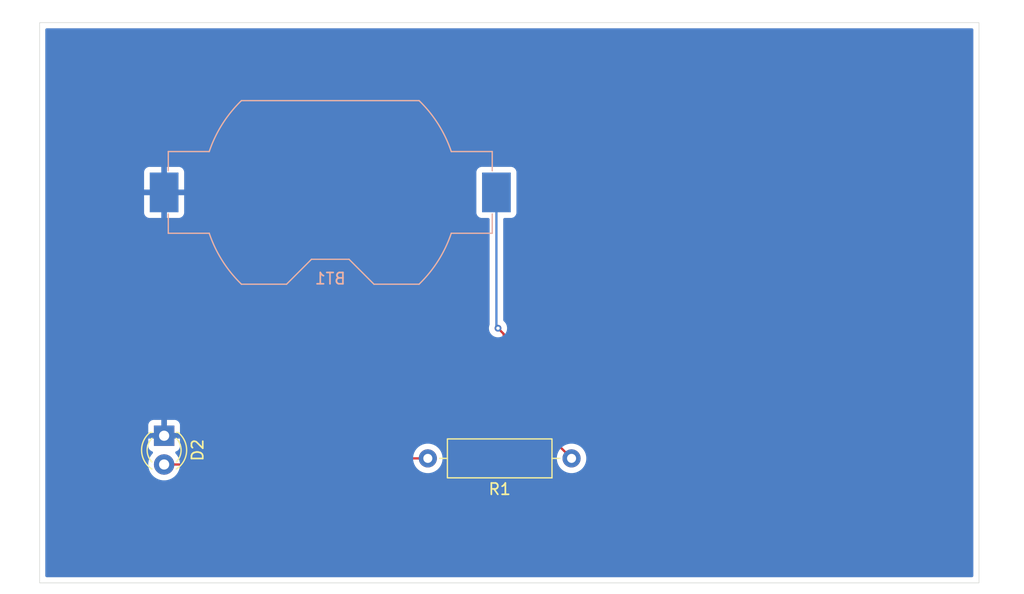
<source format=kicad_pcb>
(kicad_pcb (version 20241229) (generator "pcbnew") (generator_version "9.0")
  (title_block (title "Beginning Project KiCad") (date "2026-01-17") (rev "0"))
  (layers (0 "F.Cu" signal) (2 "B.Cu" signal) (13 "F.Paste" user) (15 "B.Paste" user) (5 "F.SilkS" user "F.Silkscreen") (7 "B.SilkS" user "B.Silkscreen") (1 "F.Mask" user) (3 "B.Mask" user) (25 "Edge.Cuts" user))
  (net 0 "")
  (net 1 "VCC")
  (net 2 "GND")
  (net 3 "/led")
  (footprint "Resistor_THT:R_Axial_DIN0309_L9.0mm_D3.2mm_P12.70mm_Horizontal" (layer "F.Cu") (at 160 103 180)
    (property "Reference" "R1" (at 6.35 -2.72 0) (layer "F.SilkS"))
    (property "Value" "R_Small_US")
    (fp_line (start 11.66 0) (end 10.97 0) (stroke (width 0.12)) (layer "F.SilkS"))
    (fp_line (start 1.04 0) (end 1.73 0) (stroke (width 0.12)) (layer "F.SilkS"))
    (fp_rect (start 1.73 -1.72) (end 10.97 1.72) (stroke (width 0.12)) (fill no) (layer "F.SilkS"))
    (pad "1" thru_hole circle (at 0 0 180) (size 1.6 1.6) (drill 0.8) (layers "*.Cu" "*.Mask") (net 1 "VCC"))
    (pad "2" thru_hole circle (at 12.7 0 180) (size 1.6 1.6) (drill 0.8) (layers "*.Cu" "*.Mask") (net 3 "/led"))
  )
  (footprint "LED_THT:LED_D3.0mm" (layer "F.Cu") (at 124 101 -90)
    (property "Reference" "D2" (at 1.27 -2.96 90) (layer "F.SilkS"))
    (property "Value" "LED")
    (fp_line (start -0.29 1.08) (end -0.29 1.236) (stroke (width 0.12)) (layer "F.SilkS"))
    (fp_line (start -0.29 -1.236) (end -0.29 -1.08) (stroke (width 0.12)) (layer "F.SilkS"))
    (fp_arc (start 2.310961 1.08) (mid 1.27 1.5) (end 0.229039 1.08) (stroke (width 0.12)) (layer "F.SilkS"))
    (fp_arc (start 2.941437 1.08) (mid 1.36566 1.987699) (end -0.29 1.235516) (stroke (width 0.12)) (layer "F.SilkS"))
    (fp_arc (start 0.229039 -1.08) (mid 1.27 -1.5) (end 2.310961 -1.08) (stroke (width 0.12)) (layer "F.SilkS"))
    (fp_arc (start -0.29 -1.235516) (mid 1.36566 -1.987699) (end 2.941437 -1.08) (stroke (width 0.12)) (layer "F.SilkS"))
    (pad "1" thru_hole rect (at 0 0 270) (size 1.8 1.8) (drill 0.9) (layers "*.Cu" "*.Mask") (net 2 "GND"))
    (pad "2" thru_hole circle (at 2.54 0 270) (size 1.8 1.8) (drill 0.9) (layers "*.Cu" "*.Mask") (net 3 "/led"))
  )
  (footprint "Battery:BatteryHolder_Keystone_1058_1x2032" (layer "B.Cu") (at 138.68 79.5 180)
    (property "Reference" "BT1" (at 0 -7.62 0) (layer "B.SilkS") (effects (justify mirror)))
    (property "Value" "Battery_Cell")
    (fp_line (start 14.31 1.9) (end 14.31 3.61) (stroke (width 0.12)) (layer "B.SilkS"))
    (fp_line (start 14.31 -1.9) (end 14.31 -3.61) (stroke (width 0.12)) (layer "B.SilkS"))
    (fp_line (start 14.31 -3.61) (end 10.692 -3.61) (stroke (width 0.12)) (layer "B.SilkS"))
    (fp_line (start 10.692 3.61) (end 14.31 3.61) (stroke (width 0.12)) (layer "B.SilkS"))
    (fp_line (start 7.8473 -8.11) (end 3.86 -8.11) (stroke (width 0.12)) (layer "B.SilkS"))
    (fp_line (start 1.66 -5.91) (end 3.86 -8.11) (stroke (width 0.12)) (layer "B.SilkS"))
    (fp_line (start 1.66 -5.91) (end -1.66 -5.91) (stroke (width 0.12)) (layer "B.SilkS"))
    (fp_line (start -1.66 -5.91) (end -3.86 -8.11) (stroke (width 0.12)) (layer "B.SilkS"))
    (fp_line (start -3.86 -8.11) (end -7.8473 -8.11) (stroke (width 0.12)) (layer "B.SilkS"))
    (fp_line (start -7.8473 8.11) (end 7.8473 8.11) (stroke (width 0.12)) (layer "B.SilkS"))
    (fp_line (start -10.692 -3.61) (end -14.31 -3.61) (stroke (width 0.12)) (layer "B.SilkS"))
    (fp_line (start -14.31 3.61) (end -10.692 3.61) (stroke (width 0.12)) (layer "B.SilkS"))
    (fp_line (start -14.31 1.9) (end -14.31 3.61) (stroke (width 0.12)) (layer "B.SilkS"))
    (fp_line (start -14.31 -1.9) (end -14.31 -3.61) (stroke (width 0.12)) (layer "B.SilkS"))
    (fp_arc (start 10.692 3.61) (mid 9.538084 6.031244) (end 7.845371 8.111789) (stroke (width 0.12)) (layer "B.SilkS"))
    (fp_arc (start 7.845371 -8.111789) (mid 9.538084 -6.031244) (end 10.692 -3.61) (stroke (width 0.12)) (layer "B.SilkS"))
    (fp_arc (start -7.845371 8.111789) (mid -9.538084 6.031244) (end -10.692 3.61) (stroke (width 0.12)) (layer "B.SilkS"))
    (fp_arc (start -10.692 -3.61) (mid -9.538085 -6.031245) (end -7.845371 -8.111789) (stroke (width 0.12)) (layer "B.SilkS"))
    (pad "1" smd rect (at -14.68 0 180) (size 2.54 3.51) (layers "B.Cu" "B.Mask" "B.Paste") (net 1 "VCC"))
    (pad "2" smd rect (at 14.68 0 180) (size 2.54 3.51) (layers "B.Cu" "B.Mask" "B.Paste") (net 2 "GND"))
  )
  (gr_rect (start 113 64.5) (end 196 114) (stroke (width 0.05)) (fill no) (layer "Edge.Cuts"))
  (segment (start 154 92) (end 154 97) (width 0.2) (layer "F.Cu") (net 1))
  (segment (start 154 97) (end 160 103) (width 0.2) (layer "F.Cu") (net 1))
  (segment (start 153.5 91.5) (end 154 92) (width 0.2) (layer "F.Cu") (net 1))
  (via (at 153.5 91.5) (size 0.6) (drill 0.3) (layers "F.Cu" "B.Cu") (net 1))
  (segment (start 153.36 79.5) (end 153.36 91.36) (width 0.2) (layer "B.Cu") (net 1))
  (segment (start 153.36 91.36) (end 153.5 91.5) (width 0.2) (layer "B.Cu") (net 1))
  (segment (start 124 79.5) (end 124 101) (width 0.2) (layer "B.Cu") (net 2))
  (segment (start 124 103.54) (end 141.26 103.54) (width 0.2) (layer "F.Cu") (net 3))
  (segment (start 141.8 103) (end 147.3 103) (width 0.2) (layer "F.Cu") (net 3))
  (segment (start 141.26 103.54) (end 141.8 103) (width 0.2) (layer "F.Cu") (net 3))
  (zone (net 2) (net_name "GND") (layer "B.Cu") (connect_pads (clearance 0.5)) (min_thickness 0.25) (fill yes (thermal_gap 0.5) (thermal_bridge_width 0.5))
    (polygon (pts (xy 109.5 62.5) (xy 199.5 62.5) (xy 200 115) (xy 110 115)))
  )
)
</source>
